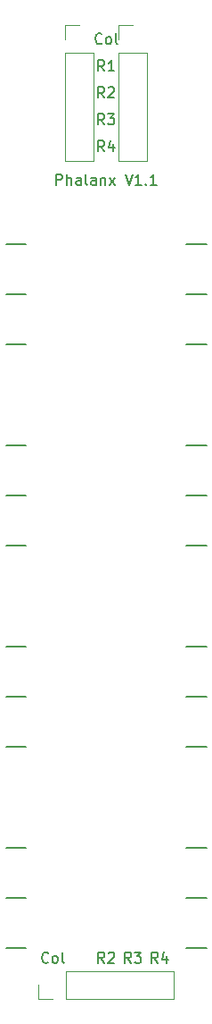
<source format=gto>
%TF.GenerationSoftware,KiCad,Pcbnew,(6.0.4-0)*%
%TF.CreationDate,2022-03-28T13:48:44+08:00*%
%TF.ProjectId,Phalanx,5068616c-616e-4782-9e6b-696361645f70,rev?*%
%TF.SameCoordinates,Original*%
%TF.FileFunction,Legend,Top*%
%TF.FilePolarity,Positive*%
%FSLAX46Y46*%
G04 Gerber Fmt 4.6, Leading zero omitted, Abs format (unit mm)*
G04 Created by KiCad (PCBNEW (6.0.4-0)) date 2022-03-28 13:48:44*
%MOMM*%
%LPD*%
G01*
G04 APERTURE LIST*
%ADD10C,0.150000*%
%ADD11C,0.120000*%
%ADD12R,1.700000X1.700000*%
%ADD13O,1.700000X1.700000*%
%ADD14C,1.900000*%
%ADD15C,4.000000*%
%ADD16C,3.000000*%
%ADD17O,2.500000X2.000000*%
%ADD18C,0.800000*%
G04 APERTURE END LIST*
D10*
X109220000Y-140652500D02*
X111125000Y-140652500D01*
X109220000Y-97790000D02*
X111125000Y-97790000D01*
X92075000Y-78740000D02*
X93980000Y-78740000D01*
X92075000Y-131127500D02*
X93980000Y-131127500D01*
X92075000Y-93027500D02*
X93980000Y-93027500D01*
X92075000Y-121602500D02*
X93980000Y-121602500D01*
X109220000Y-83502500D02*
X111125000Y-83502500D01*
X92075000Y-83502500D02*
X93980000Y-83502500D01*
X92075000Y-97790000D02*
X93980000Y-97790000D01*
X109220000Y-131127500D02*
X111125000Y-131127500D01*
X92075000Y-140652500D02*
X93980000Y-140652500D01*
X109220000Y-112077500D02*
X111125000Y-112077500D01*
X109220000Y-116840000D02*
X111125000Y-116840000D01*
X109220000Y-73977500D02*
X111125000Y-73977500D01*
X92075000Y-116840000D02*
X93980000Y-116840000D01*
X109220000Y-102552500D02*
X111125000Y-102552500D01*
X92075000Y-112077500D02*
X93980000Y-112077500D01*
X109220000Y-78740000D02*
X111125000Y-78740000D01*
X109220000Y-135890000D02*
X111125000Y-135890000D01*
X109220000Y-93027500D02*
X111125000Y-93027500D01*
X109220000Y-121602500D02*
X111125000Y-121602500D01*
X92075000Y-102552500D02*
X93980000Y-102552500D01*
X92075000Y-135890000D02*
X93980000Y-135890000D01*
X92075000Y-73977500D02*
X93980000Y-73977500D01*
X101433333Y-57602380D02*
X101100000Y-57126190D01*
X100861904Y-57602380D02*
X100861904Y-56602380D01*
X101242857Y-56602380D01*
X101338095Y-56650000D01*
X101385714Y-56697619D01*
X101433333Y-56792857D01*
X101433333Y-56935714D01*
X101385714Y-57030952D01*
X101338095Y-57078571D01*
X101242857Y-57126190D01*
X100861904Y-57126190D01*
X102385714Y-57602380D02*
X101814285Y-57602380D01*
X102100000Y-57602380D02*
X102100000Y-56602380D01*
X102004761Y-56745238D01*
X101909523Y-56840476D01*
X101814285Y-56888095D01*
X96861904Y-68397380D02*
X96861904Y-67397380D01*
X97242857Y-67397380D01*
X97338095Y-67445000D01*
X97385714Y-67492619D01*
X97433333Y-67587857D01*
X97433333Y-67730714D01*
X97385714Y-67825952D01*
X97338095Y-67873571D01*
X97242857Y-67921190D01*
X96861904Y-67921190D01*
X97861904Y-68397380D02*
X97861904Y-67397380D01*
X98290476Y-68397380D02*
X98290476Y-67873571D01*
X98242857Y-67778333D01*
X98147619Y-67730714D01*
X98004761Y-67730714D01*
X97909523Y-67778333D01*
X97861904Y-67825952D01*
X99195238Y-68397380D02*
X99195238Y-67873571D01*
X99147619Y-67778333D01*
X99052380Y-67730714D01*
X98861904Y-67730714D01*
X98766666Y-67778333D01*
X99195238Y-68349761D02*
X99100000Y-68397380D01*
X98861904Y-68397380D01*
X98766666Y-68349761D01*
X98719047Y-68254523D01*
X98719047Y-68159285D01*
X98766666Y-68064047D01*
X98861904Y-68016428D01*
X99100000Y-68016428D01*
X99195238Y-67968809D01*
X99814285Y-68397380D02*
X99719047Y-68349761D01*
X99671428Y-68254523D01*
X99671428Y-67397380D01*
X100623809Y-68397380D02*
X100623809Y-67873571D01*
X100576190Y-67778333D01*
X100480952Y-67730714D01*
X100290476Y-67730714D01*
X100195238Y-67778333D01*
X100623809Y-68349761D02*
X100528571Y-68397380D01*
X100290476Y-68397380D01*
X100195238Y-68349761D01*
X100147619Y-68254523D01*
X100147619Y-68159285D01*
X100195238Y-68064047D01*
X100290476Y-68016428D01*
X100528571Y-68016428D01*
X100623809Y-67968809D01*
X101100000Y-67730714D02*
X101100000Y-68397380D01*
X101100000Y-67825952D02*
X101147619Y-67778333D01*
X101242857Y-67730714D01*
X101385714Y-67730714D01*
X101480952Y-67778333D01*
X101528571Y-67873571D01*
X101528571Y-68397380D01*
X101909523Y-68397380D02*
X102433333Y-67730714D01*
X101909523Y-67730714D02*
X102433333Y-68397380D01*
X103433333Y-67397380D02*
X103766666Y-68397380D01*
X104100000Y-67397380D01*
X104957142Y-68397380D02*
X104385714Y-68397380D01*
X104671428Y-68397380D02*
X104671428Y-67397380D01*
X104576190Y-67540238D01*
X104480952Y-67635476D01*
X104385714Y-67683095D01*
X105385714Y-68302142D02*
X105433333Y-68349761D01*
X105385714Y-68397380D01*
X105338095Y-68349761D01*
X105385714Y-68302142D01*
X105385714Y-68397380D01*
X106385714Y-68397380D02*
X105814285Y-68397380D01*
X106100000Y-68397380D02*
X106100000Y-67397380D01*
X106004761Y-67540238D01*
X105909523Y-67635476D01*
X105814285Y-67683095D01*
X101433333Y-60142380D02*
X101100000Y-59666190D01*
X100861904Y-60142380D02*
X100861904Y-59142380D01*
X101242857Y-59142380D01*
X101338095Y-59190000D01*
X101385714Y-59237619D01*
X101433333Y-59332857D01*
X101433333Y-59475714D01*
X101385714Y-59570952D01*
X101338095Y-59618571D01*
X101242857Y-59666190D01*
X100861904Y-59666190D01*
X101814285Y-59237619D02*
X101861904Y-59190000D01*
X101957142Y-59142380D01*
X102195238Y-59142380D01*
X102290476Y-59190000D01*
X102338095Y-59237619D01*
X102385714Y-59332857D01*
X102385714Y-59428095D01*
X102338095Y-59570952D01*
X101766666Y-60142380D01*
X102385714Y-60142380D01*
X101433333Y-62682380D02*
X101100000Y-62206190D01*
X100861904Y-62682380D02*
X100861904Y-61682380D01*
X101242857Y-61682380D01*
X101338095Y-61730000D01*
X101385714Y-61777619D01*
X101433333Y-61872857D01*
X101433333Y-62015714D01*
X101385714Y-62110952D01*
X101338095Y-62158571D01*
X101242857Y-62206190D01*
X100861904Y-62206190D01*
X101766666Y-61682380D02*
X102385714Y-61682380D01*
X102052380Y-62063333D01*
X102195238Y-62063333D01*
X102290476Y-62110952D01*
X102338095Y-62158571D01*
X102385714Y-62253809D01*
X102385714Y-62491904D01*
X102338095Y-62587142D01*
X102290476Y-62634761D01*
X102195238Y-62682380D01*
X101909523Y-62682380D01*
X101814285Y-62634761D01*
X101766666Y-62587142D01*
X101195238Y-54967142D02*
X101147619Y-55014761D01*
X101004761Y-55062380D01*
X100909523Y-55062380D01*
X100766666Y-55014761D01*
X100671428Y-54919523D01*
X100623809Y-54824285D01*
X100576190Y-54633809D01*
X100576190Y-54490952D01*
X100623809Y-54300476D01*
X100671428Y-54205238D01*
X100766666Y-54110000D01*
X100909523Y-54062380D01*
X101004761Y-54062380D01*
X101147619Y-54110000D01*
X101195238Y-54157619D01*
X101766666Y-55062380D02*
X101671428Y-55014761D01*
X101623809Y-54967142D01*
X101576190Y-54871904D01*
X101576190Y-54586190D01*
X101623809Y-54490952D01*
X101671428Y-54443333D01*
X101766666Y-54395714D01*
X101909523Y-54395714D01*
X102004761Y-54443333D01*
X102052380Y-54490952D01*
X102100000Y-54586190D01*
X102100000Y-54871904D01*
X102052380Y-54967142D01*
X102004761Y-55014761D01*
X101909523Y-55062380D01*
X101766666Y-55062380D01*
X102671428Y-55062380D02*
X102576190Y-55014761D01*
X102528571Y-54919523D01*
X102528571Y-54062380D01*
X101433333Y-142057380D02*
X101100000Y-141581190D01*
X100861904Y-142057380D02*
X100861904Y-141057380D01*
X101242857Y-141057380D01*
X101338095Y-141105000D01*
X101385714Y-141152619D01*
X101433333Y-141247857D01*
X101433333Y-141390714D01*
X101385714Y-141485952D01*
X101338095Y-141533571D01*
X101242857Y-141581190D01*
X100861904Y-141581190D01*
X101814285Y-141152619D02*
X101861904Y-141105000D01*
X101957142Y-141057380D01*
X102195238Y-141057380D01*
X102290476Y-141105000D01*
X102338095Y-141152619D01*
X102385714Y-141247857D01*
X102385714Y-141343095D01*
X102338095Y-141485952D01*
X101766666Y-142057380D01*
X102385714Y-142057380D01*
X101433333Y-65222380D02*
X101100000Y-64746190D01*
X100861904Y-65222380D02*
X100861904Y-64222380D01*
X101242857Y-64222380D01*
X101338095Y-64270000D01*
X101385714Y-64317619D01*
X101433333Y-64412857D01*
X101433333Y-64555714D01*
X101385714Y-64650952D01*
X101338095Y-64698571D01*
X101242857Y-64746190D01*
X100861904Y-64746190D01*
X102290476Y-64555714D02*
X102290476Y-65222380D01*
X102052380Y-64174761D02*
X101814285Y-64889047D01*
X102433333Y-64889047D01*
X96115238Y-141962142D02*
X96067619Y-142009761D01*
X95924761Y-142057380D01*
X95829523Y-142057380D01*
X95686666Y-142009761D01*
X95591428Y-141914523D01*
X95543809Y-141819285D01*
X95496190Y-141628809D01*
X95496190Y-141485952D01*
X95543809Y-141295476D01*
X95591428Y-141200238D01*
X95686666Y-141105000D01*
X95829523Y-141057380D01*
X95924761Y-141057380D01*
X96067619Y-141105000D01*
X96115238Y-141152619D01*
X96686666Y-142057380D02*
X96591428Y-142009761D01*
X96543809Y-141962142D01*
X96496190Y-141866904D01*
X96496190Y-141581190D01*
X96543809Y-141485952D01*
X96591428Y-141438333D01*
X96686666Y-141390714D01*
X96829523Y-141390714D01*
X96924761Y-141438333D01*
X96972380Y-141485952D01*
X97020000Y-141581190D01*
X97020000Y-141866904D01*
X96972380Y-141962142D01*
X96924761Y-142009761D01*
X96829523Y-142057380D01*
X96686666Y-142057380D01*
X97591428Y-142057380D02*
X97496190Y-142009761D01*
X97448571Y-141914523D01*
X97448571Y-141057380D01*
X103973333Y-142057380D02*
X103640000Y-141581190D01*
X103401904Y-142057380D02*
X103401904Y-141057380D01*
X103782857Y-141057380D01*
X103878095Y-141105000D01*
X103925714Y-141152619D01*
X103973333Y-141247857D01*
X103973333Y-141390714D01*
X103925714Y-141485952D01*
X103878095Y-141533571D01*
X103782857Y-141581190D01*
X103401904Y-141581190D01*
X104306666Y-141057380D02*
X104925714Y-141057380D01*
X104592380Y-141438333D01*
X104735238Y-141438333D01*
X104830476Y-141485952D01*
X104878095Y-141533571D01*
X104925714Y-141628809D01*
X104925714Y-141866904D01*
X104878095Y-141962142D01*
X104830476Y-142009761D01*
X104735238Y-142057380D01*
X104449523Y-142057380D01*
X104354285Y-142009761D01*
X104306666Y-141962142D01*
X106513333Y-142057380D02*
X106180000Y-141581190D01*
X105941904Y-142057380D02*
X105941904Y-141057380D01*
X106322857Y-141057380D01*
X106418095Y-141105000D01*
X106465714Y-141152619D01*
X106513333Y-141247857D01*
X106513333Y-141390714D01*
X106465714Y-141485952D01*
X106418095Y-141533571D01*
X106322857Y-141581190D01*
X105941904Y-141581190D01*
X107370476Y-141390714D02*
X107370476Y-142057380D01*
X107132380Y-141009761D02*
X106894285Y-141724047D01*
X107513333Y-141724047D01*
D11*
%TO.C,J1*%
X105470000Y-55880000D02*
X105470000Y-66100000D01*
X102810000Y-53280000D02*
X104140000Y-53280000D01*
X102810000Y-55880000D02*
X105470000Y-55880000D01*
X102810000Y-54610000D02*
X102810000Y-53280000D01*
X102810000Y-66100000D02*
X105470000Y-66100000D01*
X102810000Y-55880000D02*
X102810000Y-66100000D01*
%TO.C,J2*%
X100390000Y-55880000D02*
X100390000Y-66100000D01*
X97730000Y-55880000D02*
X100390000Y-55880000D01*
X97730000Y-54610000D02*
X97730000Y-53280000D01*
X97730000Y-53280000D02*
X99060000Y-53280000D01*
X97730000Y-55880000D02*
X97730000Y-66100000D01*
X97730000Y-66100000D02*
X100390000Y-66100000D01*
%TO.C,J3*%
X95190000Y-145475000D02*
X95190000Y-144145000D01*
X108010000Y-145475000D02*
X108010000Y-142815000D01*
X97790000Y-145475000D02*
X108010000Y-145475000D01*
X96520000Y-145475000D02*
X95190000Y-145475000D01*
X97790000Y-142815000D02*
X108010000Y-142815000D01*
X97790000Y-145475000D02*
X97790000Y-142815000D01*
%TD*%
%LPC*%
D12*
%TO.C,J1*%
X104140000Y-54610000D03*
D13*
X104140000Y-57150000D03*
X104140000Y-59690000D03*
X104140000Y-62230000D03*
X104140000Y-64770000D03*
%TD*%
D14*
%TO.C,SW3*%
X106680000Y-116840000D03*
D15*
X101600000Y-116840000D03*
D14*
X96520000Y-116840000D03*
D16*
X104140000Y-111760000D03*
X97790000Y-114300000D03*
D17*
X99060000Y-121920000D03*
X105410000Y-119380000D03*
%TD*%
D18*
%TO.C,REF\u002A\u002A*%
X104140000Y-126365000D03*
X96520000Y-126365000D03*
X106680000Y-126365000D03*
X101600000Y-126365000D03*
X99060000Y-126365000D03*
%TD*%
D14*
%TO.C,SW4*%
X96520000Y-135890000D03*
D15*
X101600000Y-135890000D03*
D16*
X104140000Y-130810000D03*
D14*
X106680000Y-135890000D03*
D16*
X97790000Y-133350000D03*
D17*
X99060000Y-140970000D03*
X105410000Y-138430000D03*
%TD*%
D14*
%TO.C,SW2*%
X96520000Y-97790000D03*
X106680000Y-97790000D03*
D15*
X101600000Y-97790000D03*
D16*
X104140000Y-92710000D03*
X97790000Y-95250000D03*
D17*
X99060000Y-102870000D03*
X105410000Y-100330000D03*
%TD*%
D12*
%TO.C,J2*%
X99060000Y-54610000D03*
D13*
X99060000Y-57150000D03*
X99060000Y-59690000D03*
X99060000Y-62230000D03*
X99060000Y-64770000D03*
%TD*%
D12*
%TO.C,J3*%
X96520000Y-144145000D03*
D13*
X99060000Y-144145000D03*
X101600000Y-144145000D03*
X104140000Y-144145000D03*
X106680000Y-144145000D03*
%TD*%
D14*
%TO.C,SW1*%
X96520000Y-78740000D03*
D16*
X97790000Y-76200000D03*
D15*
X101600000Y-78740000D03*
D16*
X104140000Y-73660000D03*
D14*
X106680000Y-78740000D03*
D17*
X99060000Y-83820000D03*
X105410000Y-81280000D03*
%TD*%
M02*

</source>
